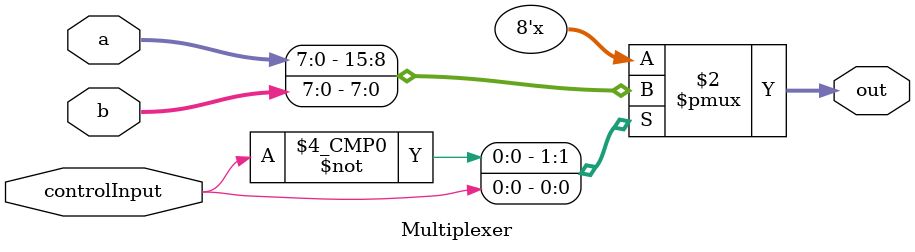
<source format=sv>
module Multiplexer(
    input logic controlInput,
    input logic [7:0] a, b,
    output logic [7:0] out);

always_comb
    begin
        case (controlInput)
            0: out = a;
            1: out = b;
        endcase
    end
endmodule
</source>
